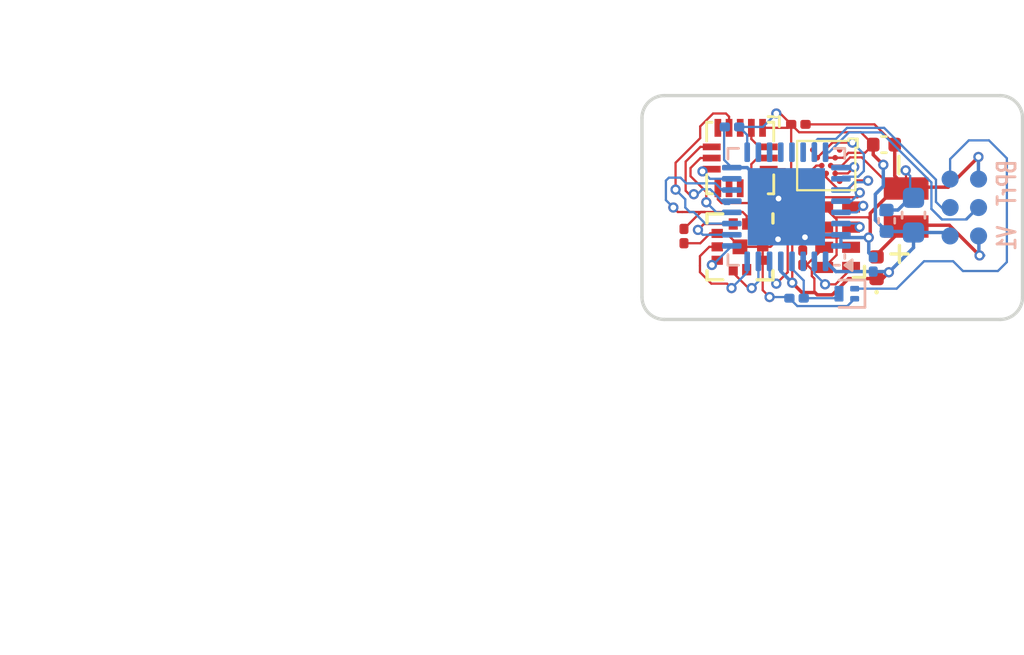
<source format=kicad_pcb>
(kicad_pcb (version 20240108) (generator "pcbnew") (generator_version "8.0")
  (layers (0 "F.Cu" signal) (31 "B.Cu" signal) (34 "B.Paste" user) (35 "F.Paste" user) (36 "B.SilkS" user "B.Silkscreen") (37 "F.SilkS" user "F.Silkscreen") (38 "B.Mask" user) (39 "F.Mask" user) (44 "Edge.Cuts" user))
  (net 0 "")
  (net 1 "GND")
  (net 2 "VBAT")
  (net 3 "SWDIO")
  (net 4 "SWCLK")
  (net 5 "Net-(Q501-C)")
  (net 6 "RST")
  (net 7 "/clkout")
  (net 8 "/SCL")
  (net 9 "/SDA")
  (net 10 "VIN")
  (net 11 "Net-(U501-VBACK)")
  (net 12 "/AT25_MISO")
  (net 13 "/AT25_nCS")
  (net 14 "/AT25_MOSI")
  (net 15 "/AT25_SCK")
  (net 21 "/LPS_PWR")
  (net 29 "/WKUP1")
  (net 34 "/LPS_SCK")
  (net 36 "/LPS_MOSI")
  (net 37 "/LPS_CS")
  (net 38 "/LPS_MISO")
  (net 39 "/ACCEL_MOSI")
  (net 40 "/ACCEL_nCS")
  (net 41 "/ACCEL_MISO")
  (net 42 "/ACCEL_SCK")
  (footprint "AccelTag:taghole1.1mm" (layer "F.Cu") (at 141.38 111.671)
    (property "Reference" "J303" (hide yes))
    (property "Value" "Conn_01x01" (hide yes))
  )
  (footprint "AccelTag:MS621" (layer "F.Cu") (at 151.8 108 180)
    (property "Reference" "J401" (hide yes))
    (property "Value" "CONN_01X02" (hide yes))
  )
  (footprint "AccelTag:RV-8803-C7" (layer "F.Cu") (at 148.74 109.326458 180)
    (property "Reference" "U501" (hide yes))
    (property "Value" "RV-3028-C7" (hide yes))
  )
  (footprint "Resistor_SMD:R_0201_0603Metric" (layer "F.Cu") (at 147.14 108.331458 90)
    (property "Reference" "R1" (hide yes))
    (property "Value" "10k" (hide yes))
  )
  (footprint "Capacitor_SMD:C_0201_0603Metric" (layer "F.Cu") (at 147.18 110.246 90)
    (property "Reference" "C503" (hide yes))
    (property "Value" "0.1uf" (hide yes))
  )
  (footprint "Diode_SMD:D_0402_1005Metric" (layer "F.Cu") (at 150.48 110.691 90)
    (property "Reference" "D401" (hide yes))
    (property "Value" "D" (hide yes))
  )
  (footprint "AccelTag:adesto_wlcsp12" (layer "F.Cu") (at 148.23 106.126458 -90)
    (property "Reference" "U1" (hide yes))
    (property "Value" "at25ex321D-UUN" (hide yes))
  )
  (footprint "AccelTag:taghole1.1mm" (layer "F.Cu") (at 141.48 104.191)
    (property "Reference" "J304" (hide yes))
    (property "Value" "Conn_01x01" (hide yes))
  )
  (footprint "AccelTag:taghole1.1mm" (layer "F.Cu") (at 153.28 111.691)
    (property "Reference" "J301" (hide yes))
    (property "Value" "Conn_01x01" (hide yes))
  )
  (footprint "AccelTag:taghole1.1mm" (layer "F.Cu") (at 153.28 104.191)
    (property "Reference" "J302" (hide yes))
    (property "Value" "Conn_01x01" (hide yes))
  )
  (footprint "AccelTag:LPS27HHWTR" (layer "F.Cu") (at 144.3764 109.7564 -90)
    (property "Reference" "U3" (hide yes))
    (property "Value" "LPS27HHWTR" (hide yes))
  )
  (footprint "Capacitor_SMD:C_0201_0603Metric" (layer "F.Cu") (at 146.985 104.285)
    (property "Reference" "C1" (hide yes))
    (property "Value" "0.1uf" (hide yes))
  )
  (footprint "Capacitor_SMD:C_0201_0603Metric" (layer "F.Cu") (at 141.875 109.275 -90)
    (property "Reference" "C3" (hide yes))
    (property "Value" "0.1uf")
  )
  (footprint "AccelTag:ADXL362" (layer "F.Cu") (at 144.38738 105.78898 -90)
    (property "Reference" "U2" (hide yes))
    (property "Value" "adxl362" (hide yes))
  )
  (footprint "Capacitor_SMD:C_0402_1005Metric" (layer "F.Cu") (at 150.81 105.191)
    (property "Reference" "C4" (hide yes))
    (property "Value" "22uf" (hide yes))
  )
  (footprint "AccelTag:tagpoints6" (layer "B.Cu") (at 154.4 108 90)
    (property "Reference" "J201" (hide yes))
    (property "Value" "CONN_02X04" (hide yes))
  )
  (footprint "Capacitor_SMD:C_0402_1005Metric" (layer "B.Cu") (at 150.93 108.591 90)
    (property "Reference" "C404" (hide yes))
    (property "Value" "22uf" (hide yes))
  )
  (footprint "Capacitor_SMD:C_0201_0603Metric" (layer "B.Cu") (at 150.33 110.541 90)
    (property "Reference" "C501" (hide yes))
    (property "Value" "0.1uf" (hide yes))
  )
  (footprint "Capacitor_SMD:C_0201_0603Metric" (layer "B.Cu") (at 146.905 112.05 180)
    (property "Reference" "C502" (hide yes))
    (property "Value" "0.1uf" (hide yes))
  )
  (footprint "Package_DFN_QFN:QFN-32-1EP_5x5mm_P0.5mm_EP3.45x3.45mm" (layer "B.Cu") (at 146.45 107.966458 90)
    (property "Reference" "U302" (hide yes))
    (property "Value" "stm32l431kc" (hide yes))
  )
  (footprint "Package_TO_SOT_SMD:SOT-883" (layer "B.Cu") (at 149.15 111.85 180)
    (property "Reference" "Q501" (hide yes))
    (property "Value" "Q_NPN_BEC" (hide yes))
  )
  (footprint "Capacitor_SMD:C_0201_0603Metric" (layer "B.Cu") (at 144.02 104.4 180)
    (property "Reference" "C2" (hide yes))
    (property "Value" "0.1uf" (hide yes))
  )
  (footprint "Capacitor_SMD:C_0603_1608Metric" (layer "B.Cu") (at 152.13 108.341 90)
    (property "Reference" "C6" (hide yes))
    (property "Value" "47uf" (hide yes))
  )
  (gr_line (start 157 104) (end 157 112) (stroke (width 0.15)) (layer "Edge.Cuts"))
  (gr_arc (start 141 113) (mid 140.292893 112.707107) (end 140 112) (stroke (width 0.15)) (layer "Edge.Cuts"))
  (gr_arc (start 140 104) (mid 140.292893 103.292893) (end 141 103) (stroke (width 0.15)) (layer "Edge.Cuts"))
  (gr_line (start 140 104) (end 140 112) (stroke (width 0.15)) (layer "Edge.Cuts"))
  (gr_line (start 156 103) (end 141 103) (stroke (width 0.15)) (layer "Edge.Cuts"))
  (gr_arc (start 157 112) (mid 156.707107 112.707107) (end 156 113) (stroke (width 0.15)) (layer "Edge.Cuts"))
  (gr_arc (start 156 103) (mid 156.707107 103.292893) (end 157 104) (stroke (width 0.15)) (layer "Edge.Cuts"))
  (gr_line (start 156 113) (end 141 113) (stroke (width 0.15)) (layer "Edge.Cuts"))
  (gr_text "BPrT  V1" (at 156.3 107.9 90) (layer "B.SilkS") (effects (font (size 0.8 0.6) (thickness 0.125)) (justify mirror)))
  (segment (start 150.13 109.341) (end 147.294542 109.341) (width 0.1016) (layer "F.Cu") (net 1))
  (segment (start 147.294542 109.341) (end 147.28 109.326458) (width 0.1016) (layer "F.Cu") (net 1))
  (segment (start 147.305 104.285) (end 150.384 104.285) (width 0.1016) (layer "F.Cu") (net 1))
  (segment (start 148.6924 110.124058) (end 148.6924 108.528858) (width 0.1016) (layer "F.Cu") (net 1))
  (segment (start 145.3856 107.13772) (end 145.63772 107.13772) (width 0.1016) (layer "F.Cu") (net 1))
  (segment (start 145.739511 109.7564) (end 146.077547 109.418364) (width 0.1016) (layer "F.Cu") (net 1))
  (segment (start 147.14 108.011458) (end 148.075 108.011458) (width 0.1016) (layer "F.Cu") (net 1))
  (segment (start 148.599545 108.436003) (end 150.091021 108.436003) (width 0.1016) (layer "F.Cu") (net 1))
  (segment (start 145.3924 111.6924) (end 145.7 112) (width 0.1016) (layer "F.Cu") (net 1))
  (segment (start 149.813542 105.7592) (end 151.145342 107.091) (width 0.1016) (layer "F.Cu") (net 1))
  (segment (start 145.23574 105.29114) (end 145.65992 105.29114) (width 0.1016) (layer "F.Cu") (net 1))
  (segment (start 145.65992 105.29114) (end 145.65992 105.78898) (width 0.1016) (layer "F.Cu") (net 1))
  (segment (start 143.3604 109.156401) (end 143.776401 109.156401) (width 0.1016) (layer "F.Cu") (net 1))
  (segment (start 144.88522 104.94062) (end 145.23574 105.29114) (width 0.1016) (layer "F.Cu") (net 1))
  (segment (start 148.14 107.976458) (end 148.599545 108.436003) (width 0.1016) (layer "F.Cu") (net 1))
  (segment (start 147.15 109.456458) (end 147.28 109.326458) (width 0.1016) (layer "F.Cu") (net 1))
  (segment (start 144.88522 107.13772) (end 145.3856 107.13772) (width 0.1016) (layer "F.Cu") (net 1))
  (segment (start 145.65992 105.78898) (end 145.15954 105.78898) (width 0.1016) (layer "F.Cu") (net 1))
  (segment (start 147.16 109.446458) (end 147.28 109.326458) (width 0.1016) (layer "F.Cu") (net 1))
  (segment (start 147.28 109.326458) (end 147.174171 109.326458) (width 0.1016) (layer "F.Cu") (net 1))
  (segment (start 151.362038 107.091) (end 150.346019 108.107019) (width 0.1524) (layer "F.Cu") (net 1))
  (segment (start 151.795 107.091) (end 151.795 106.936) (width 0.1524) (layer "F.Cu") (net 1))
  (segment (start 145.3924 109.7564) (end 145.739511 109.7564) (width 0.1016) (layer "F.Cu") (net 1))
  (segment (start 143.776401 109.156401) (end 144.3764 109.7564) (width 0.1016) (layer "F.Cu") (net 1))
  (segment (start 145.3924 110.356399) (end 145.3924 111.6924) (width 0.1016) (layer "F.Cu") (net 1))
  (segment (start 144.3764 109.7564) (end 145.3924 109.7564) (width 0.1016) (layer "F.Cu") (net 1))
  (segment (start 151.795 107.091) (end 153.68 107.091) (width 0.1524) (layer "F.Cu") (net 1))
  (segment (start 144.88522 104.44024) (end 144.88522 104.94062) (width 0.1016) (layer "F.Cu") (net 1))
  (segment (start 150.18 109.291) (end 150.13 109.341) (width 0.1524) (layer "F.Cu") (net 1))
  (segment (start 145.15954 105.78898) (end 144.88522 106.0633) (width 0.1016) (layer "F.Cu") (net 1))
  (segment (start 150.196018 108.541) (end 150.196018 109.174982) (width 0.1524) (layer "F.Cu") (net 1))
  (segment (start 151.795 107.091) (end 150.9 107.091) (width 0.1524) (layer "F.Cu") (net 1))
  (segment (start 147.28 109.326458) (end 149.931476 109.326458) (width 0.1016) (layer "F.Cu") (net 1))
  (segment (start 142.605 109.595) (end 143.043599 109.156401) (width 0.1016) (layer "F.Cu") (net 1))
  (segment (start 145.63772 107.13772) (end 146.1 107.6) (width 0.1016) (layer "F.Cu") (net 1))
  (segment (start 145.3924 109.7564) (end 145.3924 110.356399) (width 0.1016) (layer "F.Cu") (net 1))
  (segment (start 151.795 107.091) (end 151.795 106.356) (width 0.1016) (layer "F.Cu") (net 1))
  (segment (start 150.196018 108.257019) (end 150.196018 108.541) (width 0.1524) (layer "F.Cu") (net 1))
  (segment (start 150.18 109.191) (end 150.18 109.291) (width 0.1524) (layer "F.Cu") (net 1))
  (segment (start 150.196018 109.174982) (end 150.18 109.191) (width 0.1524) (layer "F.Cu") (net 1))
  (segment (start 146.1 109.2) (end 146.1 109.395911) (width 0.1016) (layer "F.Cu") (net 1))
  (segment (start 148.02 110.656458) (end 148.14 110.776458) (width 0.1016) (layer "F.Cu") (net 1))
  (segment (start 148.14 110.676458) (end 148.6924 110.124058) (width 0.1016) (layer "F.Cu") (net 1))
  (segment (start 151.79 106.861) (end 151.64 107.011) (width 0.1016) (layer "F.Cu") (net 1))
  (segment (start 148.933884 106.126458) (end 149.301142 105.7592) (width 0.1016) (layer "F.Cu") (net 1))
  (segment (start 150.384 104.285) (end 151.29 105.191) (width 0.1016) (layer "F.Cu") (net 1))
  (segment (start 151.29 105.191) (end 151.29 106.586) (width 0.1524) (layer "F.Cu") (net 1))
  (segment (start 146.1 109.395911) (end 146.077547 109.418364) (width 0.1016) (layer "F.Cu") (net 1))
  (segment (start 151.145342 107.091) (end 151.795 107.091) (width 0.1016) (layer "F.Cu") (net 1))
  (segment (start 144.88522 106.78522) (end 144.88522 107.13772) (width 0.1016) (layer "F.Cu") (net 1))
  (segment (start 150.956 107.011) (end 151.84 107.011) (width 0.1016) (layer "F.Cu") (net 1))
  (segment (start 151.795 107.091) (end 151.362038 107.091) (width 0.1524) (layer "F.Cu") (net 1))
  (segment (start 150.346019 108.107019) (end 150.196018 108.257019) (width 0.1524) (layer "F.Cu") (net 1))
  (segment (start 148.6924 108.528858) (end 148.14 107.976458) (width 0.1016) (layer "F.Cu") (net 1))
  (segment (start 151.795 106.356) (end 151.78 106.341) (width 0.1016) (layer "F.Cu") (net 1))
  (segment (start 147.16 110.016458) (end 147.16 109.446458) (width 0.1016) (layer "F.Cu") (net 1))
  (segment (start 144.88522 104.44024) (end 144.88522 104.08718) (width 0.1016) (layer "F.Cu") (net 1))
  (segment (start 151.29 106.586) (end 151.795 107.091) (width 0.1524) (layer "F.Cu") (net 1))
  (segment (start 148.43 106.126458) (end 148.933884 106.126458) (width 0.1016) (layer "F.Cu") (net 1))
  (segment (start 149.301142 105.7592) (end 149.813542 105.7592) (width 0.1016) (layer "F.Cu") (net 1))
  (segment (start 143.043599 109.156401) (end 143.3604 109.156401) (width 0.1016) (layer "F.Cu") (net 1))
  (segment (start 153.68 107.091) (end 155.03 105.741) (width 0.1524) (layer "F.Cu") (net 1))
  (segment (start 141.875 109.595) (end 142.605 109.595) (width 0.1016) (layer "F.Cu") (net 1))
  (segment (start 144.88522 106.0633) (end 144.88522 107.13772) (width 0.1016) (layer "F.Cu") (net 1))
  (segment (start 150.091021 108.436003) (end 150.196018 108.541) (width 0.1016) (layer "F.Cu") (net 1))
  (via (at 146.077547 109.418364) (size 0.4572) (drill 0.254) (layers "F.Cu" "B.Cu") (net 1))
  (via (at 146.1 107.6) (size 0.4572) (drill 0.254) (layers "F.Cu" "B.Cu") (net 1))
  (via (at 150.13 109.341) (size 0.4572) (drill 0.254) (layers "F.Cu" "B.Cu") (net 1))
  (via (at 145.7 112) (size 0.4572) (drill 0.254) (layers "F.Cu" "B.Cu") (net 1))
  (via (at 151.78 106.341) (size 0.4572) (drill 0.254) (layers "F.Cu" "B.Cu") (net 1))
  (via (at 147.28 109.326458) (size 0.4572) (drill 0.254) (layers "F.Cu" "B.Cu") (net 1))
  (via (at 155.03 105.741) (size 0.4572) (drill 0.254) (layers "F.Cu" "B.Cu") (net 1))
  (segment (start 145.7 112) (end 146.535 112) (width 0.1016) (layer "B.Cu") (net 1))
  (segment (start 150.13 110.021) (end 150.33 110.221) (width 0.1524) (layer "B.Cu") (net 1))
  (segment (start 155.08 106.641) (end 155.05 106.671) (width 0.1524) (layer "B.Cu") (net 1))
  (segment (start 150.68 108.111) (end 150.68 108.307682) (width 0.1524) (layer "B.Cu") (net 1))
  (segment (start 147.7 109.216458) (end 146.45 107.966458) (width 0.1524) (layer "B.Cu") (net 1))
  (segment (start 143.7 104.4) (end 143.6682 104.4318) (width 0.1016) (layer "B.Cu") (net 1))
  (segment (start 144.0125 106.216458) (end 144.7 106.216458) (width 0.1524) (layer "B.Cu") (net 1))
  (segment (start 155.03 105.741) (end 155.03 106.651) (width 0.1524) (layer "B.Cu") (net 1))
  (segment (start 148.8875 109.216458) (end 149.012042 109.341) (width 0.1524) (layer "B.Cu") (net 1))
  (segment (start 148.8875 109.716458) (end 148.8875 109.216458) (width 0.1524) (layer "B.Cu") (net 1))
  (segment (start 145.235 109.181458) (end 146.45 107.966458) (width 0.1524) (layer "B.Cu") (net 1))
  (segment (start 143.6682 104.4318) (end 143.6682 105.872158) (width 0.1016) (layer "B.Cu") (net 1))
  (segment (start 150.13 109.341) (end 150.13 110.021) (width 0.1524) (layer "B.Cu") (net 1))
  (segment (start 151.98 107.566) (end 152.1638 107.3822) (width 0.1524) (layer "B.Cu") (net 1))
  (segment (start 151.435 108.111) (end 151.98 107.566) (width 0.1524) (layer "B.Cu") (net 1))
  (segment (start 150.68 108.111) (end 151.435 108.111) (width 0.1524) (layer "B.Cu") (net 1))
  (segment (start 151.78 106.391) (end 151.98 106.591) (width 0.1016) (layer "B.Cu") (net 1))
  (segment (start 143.6682 105.872158) (end 144.0125 106.216458) (width 0.1016) (layer "B.Cu") (net 1))
  (segment (start 148.8875 109.216458) (end 147.7 109.216458) (width 0.1524) (layer "B.Cu") (net 1))
  (segment (start 146.535 112) (end 146.585 112.05) (width 0.1016) (layer "B.Cu") (net 1))
  (segment (start 149.5 112.075) (end 149.1726 112.4024) (width 0.1016) (layer "B.Cu") (net 1))
  (segment (start 149.1726 112.4024) (end 146.9374 112.4024) (width 0.1016) (layer "B.Cu") (net 1))
  (segment (start 151.78 106.341) (end 151.78 106.391) (width 0.1016) (layer "B.Cu") (net 1))
  (segment (start 149.012042 109.341) (end 150.13 109.341) (width 0.1524) (layer "B.Cu") (net 1))
  (segment (start 143.987958 106.241) (end 144.0125 106.216458) (width 0.1524) (layer "B.Cu") (net 1))
  (segment (start 144.7 106.216458) (end 145.091771 106.608229) (width 0.1524) (layer "B.Cu") (net 1))
  (segment (start 151.98 106.591) (end 151.98 107.566) (width 0.1016) (layer "B.Cu") (net 1))
  (segment (start 155.03 106.651) (end 155.05 106.671) (width 0.1524) (layer "B.Cu") (net 1))
  (segment (start 145.091771 106.608229) (end 146.45 107.966458) (width 0.1524) (layer "B.Cu") (net 1))
  (segment (start 146.9374 112.4024) (end 146.585 112.05) (width 0.1016) (layer "B.Cu") (net 1))
  (segment (start 153.73 108.791) (end 155.08 110.141) (width 0.1524) (layer "F.Cu") (net 2))
  (segment (start 151.84 108.711) (end 151.655 108.711) (width 0.1016) (layer "F.Cu") (net 2))
  (segment (start 150.33 110.206) (end 150.38 110.206) (width 0.1524) (layer "F.Cu") (net 2))
  (segment (start 151.795 108.791) (end 153.73 108.791) (width 0.1524) (layer "F.Cu") (net 2))
  (segment (start 150.38 110.206) (end 151.795 108.791) (width 0.1524) (layer "F.Cu") (net 2))
  (segment (start 151.985 108.911) (end 151.825 108.751) (width 0.1016) (layer "F.Cu") (net 2))
  (segment (start 151.955 108.951) (end 151.795 108.791) (width 0.1524) (layer "F.Cu") (net 2))
  (segment (start 151.69 108.761) (end 151.64 108.711) (width 0.1016) (layer "F.Cu") (net 2))
  (via (at 155.08 110.141) (size 0.4572) (drill 0.254) (layers "F.Cu" "B.Cu") (net 2))
  (segment (start 155.08 110.141) (end 155.265 110.141) (width 0.1524) (layer "B.Cu") (net 2))
  (segment (start 155.05 109.211) (end 155.05 110.111) (width 0.1524) (layer "B.Cu") (net 2))
  (segment (start 155.05 110.111) (end 155.08 110.141) (width 0.1524) (layer "B.Cu") (net 2))
  (segment (start 147.852401 104.939058) (end 148.662916 104.939058) (width 0.1016) (layer "B.Cu") (net 3))
  (segment (start 148.662916 104.939058) (end 149.160974 104.441) (width 0.1016) (layer "B.Cu") (net 3))
  (segment (start 153.1332 106.756832) (end 153.1332 107.749) (width 0.1016) (layer "B.Cu") (net 3))
  (segment (start 147.7 105.091459) (end 147.852401 104.939058) (width 0.1016) (layer "B.Cu") (net 3))
  (segment (start 150.817368 104.441) (end 153.1332 106.756832) (width 0.1016) (layer "B.Cu") (net 3))
  (segment (start 153.1332 107.749) (end 153.5526 108.1684) (width 0.1016) (layer "B.Cu") (net 3))
  (segment (start 147.7 105.528958) (end 147.7 105.091459) (width 0.1016) (layer "B.Cu") (net 3))
  (segment (start 149.160974 104.441) (end 150.817368 104.441) (width 0.1016) (layer "B.Cu") (net 3))
  (segment (start 154.5016 108.5334) (end 153.3998 108.5334) (width 0.1016) (layer "B.Cu") (net 4))
  (segment (start 150.693858 104.6442) (end 152.93 106.880342) (width 0.1016) (layer "B.Cu") (net 4))
  (segment (start 149.245142 104.6442) (end 150.693858 104.6442) (width 0.1016) (layer "B.Cu") (net 4))
  (segment (start 148.360384 105.528958) (end 149.245142 104.6442) (width 0.1016) (layer "B.Cu") (net 4))
  (segment (start 153.3998 108.5334) (end 152.9332 108.0668) (width 0.1016) (layer "B.Cu") (net 4))
  (segment (start 153.38 108.5136) (end 153.2332 108.3668) (width 0.1016) (layer "B.Cu") (net 4))
  (segment (start 152.93 108.0636) (end 152.9332 108.0668) (width 0.1016) (layer "B.Cu") (net 4))
  (segment (start 148.2 105.528958) (end 148.360384 105.528958) (width 0.1016) (layer "B.Cu") (net 4))
  (segment (start 155.035 108) (end 154.5016 108.5334) (width 0.1016) (layer "B.Cu") (net 4))
  (segment (start 152.93 106.880342) (end 152.93 108.0636) (width 0.1016) (layer "B.Cu") (net 4))
  (segment (start 153.3998 108.5334) (end 153.2332 108.3668) (width 0.1016) (layer "B.Cu") (net 4))
  (segment (start 153.2332 108.3668) (end 152.9332 108.0668) (width 0.1016) (layer "B.Cu") (net 4))
  (segment (start 155.05 107.941) (end 154.4774 108.5136) (width 0.1016) (layer "B.Cu") (net 4))
  (segment (start 147.225 111.263198) (end 147.225 112.05) (width 0.1016) (layer "B.Cu") (net 5))
  (segment (start 148.6 112.05) (end 148.8 111.85) (width 0.1016) (layer "B.Cu") (net 5))
  (segment (start 147.225 112.05) (end 148.6 112.05) (width 0.1016) (layer "B.Cu") (net 5))
  (segment (start 146.7 110.403958) (end 146.7 110.738198) (width 0.1016) (layer "B.Cu") (net 5))
  (segment (start 146.7 110.7823) (end 146.7 110.403958) (width 0.1016) (layer "B.Cu") (net 5))
  (segment (start 146.7 110.738198) (end 147.225 111.263198) (width 0.1016) (layer "B.Cu") (net 5))
  (segment (start 154.3362 110.8362) (end 153.9 110.4) (width 0.1016) (layer "B.Cu") (net 6))
  (segment (start 156.3 105.8) (end 156.3 110.4362) (width 0.1016) (layer "B.Cu") (net 6))
  (segment (start 153.765 105.835) (end 154.6 105) (width 0.1016) (layer "B.Cu") (net 6))
  (segment (start 153.9 110.4) (end 152.6 110.4) (width 0.1016) (layer "B.Cu") (net 6))
  (segment (start 154.6 105) (end 155.5 105) (width 0.1016) (layer "B.Cu") (net 6))
  (segment (start 156.3 110.4362) (end 155.9 110.8362) (width 0.1016) (layer "B.Cu") (net 6))
  (segment (start 153.765 106.73) (end 153.765 105.835) (width 0.1016) (layer "B.Cu") (net 6))
  (segment (start 151.375 111.625) (end 149.5 111.625) (width 0.1016) (layer "B.Cu") (net 6))
  (segment (start 152.6 110.4) (end 151.375 111.625) (width 0.1016) (layer "B.Cu") (net 6))
  (segment (start 155.5 105) (end 156.3 105.8) (width 0.1016) (layer "B.Cu") (net 6))
  (segment (start 155.9 110.8362) (end 154.3362 110.8362) (width 0.1016) (layer "B.Cu") (net 6))
  (segment (start 149.300252 110.776458) (end 148.646003 111.430707) (width 0.1016) (layer "F.Cu") (net 7))
  (segment (start 149.34 110.776458) (end 149.300252 110.776458) (width 0.1016) (layer "F.Cu") (net 7))
  (segment (start 148.646003 111.430707) (end 148.179029 111.430707) (width 0.1016) (layer "F.Cu") (net 7))
  (via (at 148.179029 111.430707) (size 0.4572) (drill 0.254) (layers "F.Cu" "B.Cu") (net 7))
  (segment (start 147.7 110.403958) (end 147.7 110.951678) (width 0.1016) (layer "B.Cu") (net 7))
  (segment (start 147.7 110.951678) (end 148.179029 111.430707) (width 0.1016) (layer "B.Cu") (net 7))
  (segment (start 149.713026 108.876458) (end 149.721681 108.867803) (width 0.1016) (layer "F.Cu") (net 8))
  (segment (start 149.34 108.876458) (end 149.713026 108.876458) (width 0.1016) (layer "F.Cu") (net 8))
  (via (at 149.721681 108.867803) (size 0.4572) (drill 0.254) (layers "F.Cu" "B.Cu") (net 8))
  (segment (start 149.570336 108.716458) (end 149.721681 108.867803) (width 0.1016) (layer "B.Cu") (net 8))
  (segment (start 148.8875 108.716458) (end 149.570336 108.716458) (width 0.1016) (layer "B.Cu") (net 8))
  (segment (start 149.34 107.976458) (end 149.83 107.976458) (width 0.1016) (layer "F.Cu") (net 9))
  (segment (start 149.83 107.976458) (end 149.88 107.926458) (width 0.1016) (layer "F.Cu") (net 9))
  (via (at 149.88 107.926458) (size 0.4572) (drill 0.254) (layers "F.Cu" "B.Cu") (net 9))
  (segment (start 149.59 108.216458) (end 148.8875 108.216458) (width 0.1016) (layer "B.Cu") (net 9))
  (segment (start 149.88 107.926458) (end 149.59 108.216458) (width 0.1016) (layer "B.Cu") (net 9))
  (segment (start 145.3856 104.44024) (end 146.50976 104.44024) (width 0.1016) (layer "F.Cu") (net 10))
  (segment (start 149.965 105.556) (end 150.33 105.191) (width 0.1016) (layer "F.Cu") (net 10))
  (segment (start 146.665 106.4) (end 146.5 106.4) (width 0.1016) (layer "F.Cu") (net 10))
  (segment (start 149.224 111.176) (end 148.5 111.9) (width 0.1524) (layer "F.Cu") (net 10))
  (segment (start 149.216974 105.556) (end 149.965 105.556) (width 0.1016) (layer "F.Cu") (net 10))
  (segment (start 150.33 105.641) (end 150.78 106.091) (width 0.1524) (layer "F.Cu") (net 10))
  (segment (start 148.63 105.776458) (end 148.996516 105.776458) (width 0.1016) (layer "F.Cu") (net 10))
  (segment (start 147.0174 104.6374) (end 149.7764 104.6374) (width 0.1016) (layer "F.Cu") (net 10))
  (segment (start 150.33 105.191) (end 150.33 105.641) (width 0.1524) (layer "F.Cu") (net 10))
  (segment (start 146.5 106.4) (end 146.38682 106.28682) (width 0.1016) (layer "F.Cu") (net 10))
  (segment (start 147.726542 111.7982) (end 147.149344 111.7982) (width 0.1524) (layer "F.Cu") (net 10))
  (segment (start 146.665 106.4) (end 146.665 107.2919) (width 0.1016) (layer "F.Cu") (net 10))
  (segment (start 146.50976 104.44024) (end 146.665 104.285) (width 0.1016) (layer "F.Cu") (net 10))
  (segment (start 146.665 104.285) (end 147.0174 104.6374) (width 0.1016) (layer "F.Cu") (net 10))
  (segment (start 150.48 111.176) (end 149.224 111.176) (width 0.1524) (layer "F.Cu") (net 10))
  (segment (start 147.5876 111.059242) (end 147.701142 111.172784) (width 0.1016) (layer "F.Cu") (net 10))
  (segment (start 146.665 104.285) (end 146.665 106.4) (width 0.1016) (layer "F.Cu") (net 10))
  (segment (start 146.665 104.285) (end 146.18 103.8) (width 0.1016) (layer "F.Cu") (net 10))
  (segment (start 147.26 110.656458) (end 148.14 109.776458) (width 0.1016) (layer "F.Cu") (net 10))
  (segment (start 147.16 110.656458) (end 147.26 110.656458) (width 0.1016) (layer "F.Cu") (net 10))
  (segment (start 146.665 107.2919) (end 146.68655 107.31345) (width 0.1016) (layer "F.Cu") (net 10))
  (segment (start 146.68655 107.31345) (end 146.712547 107.339447) (width 0.1016) (layer "F.Cu") (net 10))
  (segment (start 147.828342 111.9) (end 147.726542 111.7982) (width 0.1524) (layer "F.Cu") (net 10))
  (segment (start 148.14 109.876458) (end 148.29 109.876458) (width 0.1016) (layer "F.Cu") (net 10))
  (segment (start 147.18 110.566) (end 147.379999 110.566) (width 0.1016) (layer "F.Cu") (net 10))
  (segment (start 147.5876 110.773601) (end 147.5876 111.059242) (width 0.1016) (layer "F.Cu") (net 10))
  (segment (start 149.7764 104.6374) (end 150.33 105.191) (width 0.1016) (layer "F.Cu") (net 10))
  (segment (start 148.23 105.776458) (end 148.63 105.776458) (width 0.1016) (layer "F.Cu") (net 10))
  (segment (start 147.379999 110.566) (end 147.5876 110.773601) (width 0.1016) (layer "F.Cu") (net 10))
  (segment (start 150.745 111.176) (end 151.03 110.891) (width 0.1524) (layer "F.Cu") (net 10))
  (segment (start 147.09 110.656458) (end 147.089171 110.656458) (width 0.1016) (layer "F.Cu") (net 10))
  (segment (start 146.712547 107.339447) (end 146.712547 111.356333) (width 0.1016) (layer "F.Cu") (net 10))
  (segment (start 146.18 103.8) (end 146 103.8) (width 0.1016) (layer "F.Cu") (net 10))
  (segment (start 148.5 111.9) (end 147.828342 111.9) (width 0.1524) (layer "F.Cu") (net 10))
  (segment (start 147.701142 111.172784) (end 147.701142 111.7728) (width 0.1016) (layer "F.Cu") (net 10))
  (segment (start 146.38682 106.28682) (end 145.65992 106.28682) (width 0.1016) (layer "F.Cu") (net 10))
  (segment (start 150.48 111.176) (end 150.745 111.176) (width 0.1524) (layer "F.Cu") (net 10))
  (segment (start 148.996516 105.776458) (end 149.216974 105.556) (width 0.1016) (layer "F.Cu") (net 10))
  (segment (start 147.149344 111.7982) (end 146.710012 111.358868) (width 0.1524) (layer "F.Cu") (net 10))
  (segment (start 146.712547 111.356333) (end 146.710012 111.358868) (width 0.1016) (layer "F.Cu") (net 10))
  (via (at 146.710012 111.358868) (size 0.4572) (drill 0.254) (layers "F.Cu" "B.Cu") (net 10))
  (via (at 151.03 110.891) (size 0.4572) (drill 0.254) (layers "F.Cu" "B.Cu") (net 10))
  (via (at 150.78 106.091) (size 0.4572) (drill 0.254) (layers "F.Cu" "B.Cu") (net 10))
  (via (at 146 103.8) (size 0.4572) (drill 0.254) (layers "F.Cu" "B.Cu") (net 10))
  (segment (start 152.13 109.791) (end 151.03 110.891) (width 0.1524) (layer "B.Cu") (net 10))
  (segment (start 150.78 107.05082) (end 150.48491 107.34591) (width 0.1524) (layer "B.Cu") (net 10))
  (segment (start 146.2 110.848856) (end 146.710012 111.358868) (width 0.1524) (layer "B.Cu") (net 10))
  (segment (start 148.657042 110.861) (end 148.2 110.403958) (width 0.1524) (layer "B.Cu") (net 10))
  (segment (start 144.7 104.76) (end 144.34 104.4) (width 0.1016) (layer "B.Cu") (net 10))
  (segment (start 150.68 109.071) (end 151.935 109.071) (width 0.1524) (layer "B.Cu") (net 10))
  (segment (start 146.2 110.403958) (end 146.2 110.848856) (width 0.1524) (layer "B.Cu") (net 10))
  (segment (start 153.685 109.116) (end 153.78 109.211) (width 0.1524) (layer "B.Cu") (net 10))
  (segment (start 150.78 106.091) (end 150.78 107.05082) (width 0.1524) (layer "B.Cu") (net 10))
  (segment (start 150.426 108.567) (end 150.426 107.404821) (width 0.1524) (layer "B.Cu") (net 10))
  (segment (start 150.93 109.071) (end 150.426 108.567) (width 0.1524) (layer "B.Cu") (net 10))
  (segment (start 150.426 107.404821) (end 150.48491 107.34591) (width 0.1524) (layer "B.Cu") (net 10))
  (segment (start 144.7 105.528958) (end 144.7 104.76) (width 0.1016) (layer "B.Cu") (net 10))
  (segment (start 144.34 104.4) (end 145.4 104.4) (width 0.1016) (layer "B.Cu") (net 10))
  (segment (start 145.4 104.4) (end 146 103.8) (width 0.1016) (layer "B.Cu") (net 10))
  (segment (start 152.0888 109.2248) (end 151.98 109.116) (width 0.1524) (layer "B.Cu") (net 10))
  (segment (start 148.2326 110.436558) (end 148.2 110.403958) (width 0.1016) (layer "B.Cu") (net 10))
  (segment (start 152.13 109.116) (end 152.13 109.791) (width 0.1524) (layer "B.Cu") (net 10))
  (segment (start 151 110.861) (end 151.03 110.891) (width 0.1524) (layer "B.Cu") (net 10))
  (segment (start 150.48491 107.34591) (end 150.73 107.100821) (width 0.1524) (layer "B.Cu") (net 10))
  (segment (start 150.33 110.861) (end 148.657042 110.861) (width 0.1524) (layer "B.Cu") (net 10))
  (segment (start 150.33 110.861) (end 151 110.861) (width 0.1524) (layer "B.Cu") (net 10))
  (segment (start 151.98 109.116) (end 153.685 109.116) (width 0.1524) (layer "B.Cu") (net 10))
  (segment (start 151.935 109.071) (end 151.98 109.116) (width 0.1524) (layer "B.Cu") (net 10))
  (segment (start 147.815 108.651458) (end 148.14 108.976458) (width 0.1016) (layer "F.Cu") (net 11))
  (segment (start 147.14 108.651458) (end 147.815 108.651458) (width 0.1016) (layer "F.Cu") (net 11))
  (segment (start 149.58 106.791) (end 149.88 106.791) (width 0.1016) (layer "F.Cu") (net 12))
  (segment (start 149.13 107.241) (end 149.58 106.791) (width 0.1016) (layer "F.Cu") (net 12))
  (segment (start 148.23 106.476458) (end 148.23 106.653234) (width 0.1016) (layer "F.Cu") (net 12))
  (segment (start 150.091 106.791) (end 150.1 106.8) (width 0.1016) (layer "F.Cu") (net 12))
  (segment (start 149.88 106.791) (end 150.091 106.791) (width 0.1016) (layer "F.Cu") (net 12))
  (segment (start 148.817766 107.241) (end 149.13 107.241) (width 0.1016) (layer "F.Cu") (net 12))
  (segment (start 148.23 106.653234) (end 148.817766 107.241) (width 0.1016) (layer "F.Cu") (net 12))
  (via (at 150.1 106.8) (size 0.4572) (drill 0.254) (layers "F.Cu" "B.Cu") (net 12))
  (segment (start 149.4774 106.869704) (end 149.130646 107.216458) (width 0.1016) (layer "B.Cu") (net 12))
  (segment (start 149.130646 107.216458) (end 148.8875 107.216458) (width 0.1016) (layer "B.Cu") (net 12))
  (segment (start 150.030296 106.869704) (end 149.4774 106.869704) (width 0.1016) (layer "B.Cu") (net 12))
  (segment (start 150.1 106.8) (end 150.030296 106.869704) (width 0.1016) (layer "B.Cu") (net 12))
  (segment (start 149.154542 107.216458) (end 148.8875 107.216458) (width 0.1016) (layer "B.Cu") (net 12))
  (segment (start 148.63 106.476458) (end 149.194542 106.476458) (width 0.1016) (layer "F.Cu") (net 13))
  (segment (start 148.63 106.476458) (end 148.63 106.391) (width 0.1016) (layer "F.Cu") (net 13))
  (segment (start 149.194542 106.476458) (end 149.48 106.191) (width 0.1016) (layer "F.Cu") (net 13))
  (via (at 149.48 106.191) (size 0.4572) (drill 0.254) (layers "F.Cu" "B.Cu") (net 13))
  (segment (start 148.8875 106.216458) (end 149.454542 106.216458) (width 0.1016) (layer "B.Cu") (net 13))
  (segment (start 149.454542 106.216458) (end 149.48 106.191) (width 0.1016) (layer "B.Cu") (net 13))
  (segment (start 147.787697 106.126458) (end 147.3526 106.561555) (width 0.1016) (layer "F.Cu") (net 14))
  (segment (start 148.03 106.126458) (end 147.787697 106.126458) (width 0.1016) (layer "F.Cu") (net 14))
  (segment (start 147.93 107.541) (end 149.63 107.541) (width 0.1016) (layer "F.Cu") (net 14))
  (segment (start 147.3526 106.9636) (end 147.93 107.541) (width 0.1016) (layer "F.Cu") (net 14))
  (segment (start 147.3526 106.561555) (end 147.3526 106.9636) (width 0.1016) (layer "F.Cu") (net 14))
  (segment (start 149.63 107.541) (end 149.63 107.434631) (width 0.1016) (layer "F.Cu") (net 14))
  (segment (start 149.63 107.434631) (end 149.728701 107.33593) (width 0.1016) (layer "F.Cu") (net 14))
  (via (at 149.728701 107.33593) (size 0.4572) (drill 0.254) (layers "F.Cu" "B.Cu") (net 14))
  (segment (start 149.348173 107.716458) (end 148.8875 107.716458) (width 0.1016) (layer "B.Cu") (net 14))
  (segment (start 149.728701 107.33593) (end 149.348173 107.716458) (width 0.1016) (layer "B.Cu") (net 14))
  (segment (start 148.472729 105.133729) (end 148.506458 105.1) (width 0.1016) (layer "F.Cu") (net 15))
  (segment (start 148.506458 105.1) (end 149.4 105.1) (width 0.1016) (layer "F.Cu") (net 15))
  (segment (start 147.83 105.776458) (end 148.447729 105.158729) (width 0.1016) (layer "F.Cu") (net 15))
  (segment (start 148.447729 105.158729) (end 148.472729 105.133729) (width 0.1016) (layer "F.Cu") (net 15))
  (via (at 149.4 105.1) (size 0.4572) (drill 0.254) (layers "F.Cu" "B.Cu") (net 15))
  (segment (start 149.4 105.1) (end 149.9118 105.6118) (width 0.1016) (layer "B.Cu") (net 15))
  (segment (start 149.9118 105.6118) (end 149.9118 105.7) (width 0.1016) (layer "B.Cu") (net 15))
  (segment (start 148.8875 106.716458) (end 148.981158 106.6228) (width 0.1016) (layer "B.Cu") (net 15))
  (segment (start 149.9118 105.7) (end 149.9118 106.369858) (width 0.1016) (layer "B.Cu") (net 15))
  (segment (start 148.981158 106.6228) (end 149.658858 106.6228) (width 0.1016) (layer "B.Cu") (net 15))
  (segment (start 149.658858 106.6228) (end 149.9118 106.369858) (width 0.1016) (layer "B.Cu") (net 15))
  (segment (start 141.6 108.2) (end 141.8 108.2) (width 0.1016) (layer "F.Cu") (net 21))
  (segment (start 141.4 108) (end 141.6 108.2) (width 0.1016) (layer "F.Cu") (net 21))
  (segment (start 144.9714 108.735401) (end 145.3924 109.156401) (width 0.1016) (layer "F.Cu") (net 21))
  (segment (start 142.8 108.2) (end 141.8 108.2) (width 0.1016) (layer "F.Cu") (net 21))
  (segment (start 144.676399 108.735401) (end 144.676399 108.379801) (width 0.1016) (layer "F.Cu") (net 21))
  (segment (start 142.63 108.2) (end 141.875 108.955) (width 0.1016) (layer "F.Cu") (net 21))
  (segment (start 144.676399 108.735401) (end 144.9714 108.735401) (width 0.1016) (layer "F.Cu") (net 21))
  (segment (start 144.676399 108.379801) (end 144.496598 108.2) (width 0.1016) (layer "F.Cu") (net 21))
  (segment (start 144.496598 108.2) (end 142.8 108.2) (width 0.1016) (layer "F.Cu") (net 21))
  (segment (start 142.8 108.2) (end 142.63 108.2) (width 0.1016) (layer "F.Cu") (net 21))
  (via (at 141.4 108) (size 0.4572) (drill 0.254) (layers "F.Cu" "B.Cu") (net 21))
  (segment (start 141.0682 107.6682) (end 141.4 108) (width 0.1016) (layer "B.Cu") (net 21))
  (segment (start 141.2 106.6666) (end 141.0682 106.7984) (width 0.1016) (layer "B.Cu") (net 21))
  (segment (start 141.974 106.919658) (end 141.720942 106.6666) (width 0.1016) (layer "B.Cu") (net 21))
  (segment (start 141.720942 106.6666) (end 141.2 106.6666) (width 0.1016) (layer "B.Cu") (net 21))
  (segment (start 143.575001 107.216458) (end 143.278201 106.919658) (width 0.1016) (layer "B.Cu") (net 21))
  (segment (start 144.0125 107.216458) (end 143.575001 107.216458) (width 0.1016) (layer "B.Cu") (net 21))
  (segment (start 141.0682 106.7984) (end 141.0682 107.6682) (width 0.1016) (layer "B.Cu") (net 21))
  (segment (start 143.278201 106.919658) (end 141.974 106.919658) (width 0.1016) (layer "B.Cu") (net 21))
  (segment (start 143.55106 107.8) (end 145.112632 107.8) (width 0.1016) (layer "F.Cu") (net 29))
  (segment (start 146.509347 109.196715) (end 146.509347 110.890653) (width 0.1016) (layer "F.Cu") (net 29))
  (segment (start 143.38916 107.6381) (end 143.55106 107.8) (width 0.1016) (layer "F.Cu") (net 29))
  (segment (start 146.509347 110.890653) (end 146 111.4) (width 0.1016) (layer "F.Cu") (net 29))
  (segment (start 143.38916 107.13772) (end 143.38916 107.6381) (width 0.1016) (layer "F.Cu") (net 29))
  (segment (start 145.112632 107.8) (end 146.509347 109.196715) (width 0.1016) (layer "F.Cu") (net 29))
  (via (at 146 111.4) (size 0.4572) (drill 0.254) (layers "F.Cu" "B.Cu") (net 29))
  (segment (start 145.7 110.403958) (end 145.7 111.1) (width 0.1016) (layer "B.Cu") (net 29))
  (segment (start 145.7 111.1) (end 146 111.4) (width 0.1016) (layer "B.Cu") (net 29))
  (segment (start 144.076401 108.735401) (end 142.764599 108.735401) (width 0.1016) (layer "F.Cu") (net 34))
  (segment (start 142.764599 108.735401) (end 142.5 109) (width 0.1016) (layer "F.Cu") (net 34))
  (via (at 142.5 109) (size 0.4572) (drill 0.254) (layers "F.Cu" "B.Cu") (net 34))
  (segment (start 142.716458 109.216458) (end 144.0125 109.216458) (width 0.1016) (layer "B.Cu") (net 34))
  (segment (start 143.9525 109.276458) (end 144.0125 109.216458) (width 0.1016) (layer "B.Cu") (net 34))
  (segment (start 142.5 109) (end 142.716458 109.216458) (width 0.1016) (layer "B.Cu") (net 34))
  (segment (start 142.589429 110.171771) (end 142.589429 110.6) (width 0.1016) (layer "F.Cu") (net 36))
  (segment (start 143.0048 109.7564) (end 142.589429 110.171771) (width 0.1016) (layer "F.Cu") (net 36))
  (segment (start 143.8 111.4) (end 143.1 111.4) (width 0.1016) (layer "F.Cu") (net 36))
  (segment (start 144 111.6) (end 143.8 111.4) (width 0.1016) (layer "F.Cu") (net 36))
  (segment (start 143.3604 109.7564) (end 143.0048 109.7564) (width 0.1016) (layer "F.Cu") (net 36))
  (segment (start 143.1 111.4) (end 142.589429 110.889429) (width 0.1016) (layer "F.Cu") (net 36))
  (segment (start 142.589429 110.889429) (end 142.589429 110.6) (width 0.1016) (layer "F.Cu") (net 36))
  (via (at 144 111.6) (size 0.4572) (drill 0.254) (layers "F.Cu" "B.Cu") (net 36))
  (segment (start 144.7 110.403958) (end 144.7 110.9) (width 0.1016) (layer "B.Cu") (net 36))
  (segment (start 144.7 110.9) (end 144 111.6) (width 0.1016) (layer "B.Cu") (net 36))
  (segment (start 144.754342 111.6) (end 144.9 111.6) (width 0.1016) (layer "F.Cu") (net 37))
  (segment (start 144.076401 110.777399) (end 144.076401 110.922059) (width 0.1016) (layer "F.Cu") (net 37))
  (segment (start 144.076401 110.922059) (end 144.754342 111.6) (width 0.1016) (layer "F.Cu") (net 37))
  (via (at 144.9 111.6) (size 0.4572) (drill 0.254) (layers "F.Cu" "B.Cu") (net 37))
  (segment (start 145.2 111.3) (end 144.9 111.6) (width 0.1016) (layer "B.Cu") (net 37))
  (segment (start 145.18 110.423958) (end 145.2 110.403958) (width 0.1016) (layer "B.Cu") (net 37))
  (segment (start 145.2 110.403958) (end 145.2 111.3) (width 0.1016) (layer "B.Cu") (net 37))
  (segment (start 143.150199 110.5666) (end 143.122829 110.5666) (width 0.1016) (layer "F.Cu") (net 38))
  (segment (start 143.3604 110.356399) (end 143.150199 110.5666) (width 0.1016) (layer "F.Cu") (net 38))
  (via (at 143.122829 110.5666) (size 0.4572) (drill 0.254) (layers "F.Cu" "B.Cu") (net 38))
  (segment (start 144.0125 109.716458) (end 143.883542 109.716458) (width 0.1016) (layer "B.Cu") (net 38))
  (segment (start 143.162358 110.5666) (end 143.122829 110.5666) (width 0.1016) (layer "B.Cu") (net 38))
  (segment (start 144.0125 109.716458) (end 143.162358 110.5666) (width 0.1016) (layer "B.Cu") (net 38))
  (segment (start 143.11484 105.29114) (end 142.60886 105.29114) (width 0.1016) (layer "F.Cu") (net 39))
  (segment (start 141.95 105.95) (end 141.95 107.25) (width 0.1016) (layer "F.Cu") (net 39))
  (segment (start 141.95 107.25) (end 142.105516 107.405516) (width 0.1016) (layer "F.Cu") (net 39))
  (segment (start 142.105516 107.405516) (end 142.314165 107.405516) (width 0.1016) (layer "F.Cu") (net 39))
  (segment (start 142.60886 105.29114) (end 141.95 105.95) (width 0.1016) (layer "F.Cu") (net 39))
  (via (at 142.314165 107.405516) (size 0.4572) (drill 0.254) (layers "F.Cu" "B.Cu") (net 39))
  (segment (start 143.0456 107.184168) (end 142.7 107.184168) (width 0.1016) (layer "B.Cu") (net 39))
  (segment (start 143.70289 107.841458) (end 143.0456 107.184168) (width 0.1016) (layer "B.Cu") (net 39))
  (segment (start 142.7 107.184168) (end 142.478652 107.405516) (width 0.1016) (layer "B.Cu") (net 39))
  (segment (start 144.0125 107.716458) (end 143.8875 107.841458) (width 0.1016) (layer "B.Cu") (net 39))
  (segment (start 142.478652 107.405516) (end 142.314165 107.405516) (width 0.1016) (layer "B.Cu") (net 39))
  (segment (start 143.8875 107.841458) (end 143.70289 107.841458) (width 0.1016) (layer "B.Cu") (net 39))
  (segment (start 142.802334 106.28682) (end 142.702896 106.386258) (width 0.1016) (layer "F.Cu") (net 40))
  (segment (start 143.11484 106.28682) (end 142.802334 106.28682) (width 0.1016) (layer "F.Cu") (net 40))
  (via (at 142.702896 106.386258) (size 0.4572) (drill 0.254) (layers "F.Cu" "B.Cu") (net 40))
  (segment (start 144.0125 106.716458) (end 143.033096 106.716458) (width 0.1016) (layer "B.Cu") (net 40))
  (segment (start 143.033096 106.716458) (end 142.702896 106.386258) (width 0.1016) (layer "B.Cu") (net 40))
  (segment (start 143.11484 105.78898) (end 142.61446 105.78898) (width 0.1016) (layer "F.Cu") (net 41))
  (segment (start 142.8728 107.3046) (end 142.8728 107.76571) (width 0.1016) (layer "F.Cu") (net 41))
  (segment (start 142.1682 106.6) (end 142.8728 107.3046) (width 0.1016) (layer "F.Cu") (net 41))
  (segment (start 142.1682 106.23524) (end 142.1682 106.6) (width 0.1016) (layer "F.Cu") (net 41))
  (segment (start 142.61446 105.78898) (end 142.1682 106.23524) (width 0.1016) (layer "F.Cu") (net 41))
  (via (at 142.8728 107.76571) (size 0.4572) (drill 0.254) (layers "F.Cu" "B.Cu") (net 41))
  (segment (start 143.323548 108.216458) (end 142.8728 107.76571) (width 0.1016) (layer "B.Cu") (net 41))
  (segment (start 144.0125 108.216458) (end 143.323548 108.216458) (width 0.1016) (layer "B.Cu") (net 41))
  (segment (start 142.6 104.37596) (end 142.6 104.9) (width 0.1016) (layer "F.Cu") (net 42))
  (segment (start 143.88954 104.44024) (end 143.88954 103.93986) (width 0.1016) (layer "F.Cu") (net 42))
  (segment (start 141.5 106) (end 141.5 107.2) (width 0.1016) (layer "F.Cu") (net 42))
  (segment (start 143.74968 103.8) (end 143.17596 103.8) (width 0.1016) (layer "F.Cu") (net 42))
  (segment (start 143.88954 103.93986) (end 143.74968 103.8) (width 0.1016) (layer "F.Cu") (net 42))
  (segment (start 142.6 104.9) (end 141.5 106) (width 0.1016) (layer "F.Cu") (net 42))
  (segment (start 143.17596 103.8) (end 142.6 104.37596) (width 0.1016) (layer "F.Cu") (net 42))
  (via (at 141.5 107.2) (size 0.4572) (drill 0.254) (layers "F.Cu" "B.Cu") (net 42))
  (segment (start 141.9334 108.000118) (end 142.133282 108.2) (width 0.1016) (layer "B.Cu") (net 42))
  (segment (start 142.827116 108.716458) (end 144.0125 108.716458) (width 0.1016) (layer "B.Cu") (net 42))
  (segment (start 144.00781 108.721148) (end 144.0125 108.716458) (width 0.1016) (layer "B.Cu") (net 42))
  (segment (start 142.133282 108.2) (end 142.310658 108.2) (width 0.1016) (layer "B.Cu") (net 42))
  (segment (start 142.310658 108.2) (end 142.827116 108.716458) (width 0.1016) (layer "B.Cu") (net 42))
  (segment (start 141.9334 107.6334) (end 141.9334 108.000118) (width 0.1016) (layer "B.Cu") (net 42))
  (segment (start 141.5 107.2) (end 141.9334 107.6334) (width 0.1016) (layer "B.Cu") (net 42))
)
</source>
